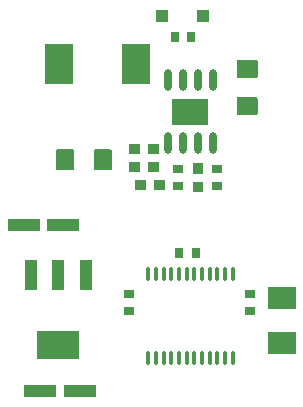
<source format=gtp>
G04*
G04 #@! TF.GenerationSoftware,Altium Limited,Altium Designer,22.11.1 (43)*
G04*
G04 Layer_Color=8421504*
%FSLAX44Y44*%
%MOMM*%
G71*
G04*
G04 #@! TF.SameCoordinates,30CB15ED-5B5F-4030-944F-8374E8F7CEFA*
G04*
G04*
G04 #@! TF.FilePolarity,Positive*
G04*
G01*
G75*
%ADD14O,0.3080X1.3240*%
%ADD15R,0.8640X0.8065*%
%ADD16R,0.9000X0.8000*%
%ADD17R,2.3760X1.9000*%
%ADD18R,2.8000X1.1000*%
%ADD19R,1.1000X2.5000*%
%ADD20R,3.6000X2.3400*%
%ADD21R,2.4240X3.4200*%
%ADD22R,0.8065X0.8640*%
%ADD23R,1.4850X1.7280*%
%ADD24R,0.8000X0.9000*%
%ADD25R,3.1000X2.2000*%
%ADD26O,0.6300X1.8650*%
%ADD27R,1.1000X1.0000*%
%ADD28R,1.7280X1.4850*%
G36*
X-651760Y159980D02*
Y147130D01*
X-652760Y146130D01*
X-656462D01*
X-657462Y147130D01*
Y150179D01*
X-658463Y151179D01*
X-662337D01*
X-663337Y150179D01*
Y147130D01*
X-664337Y146130D01*
X-668040D01*
X-669040Y147130D01*
Y159980D01*
X-668040Y160980D01*
X-652760D01*
X-651760Y159980D01*
D02*
G37*
G36*
Y128130D02*
Y115280D01*
X-652760Y114280D01*
X-668040D01*
X-669040Y115280D01*
Y128130D01*
X-668040Y129130D01*
X-664337D01*
X-663337Y128130D01*
Y125081D01*
X-662337Y124081D01*
X-658463D01*
X-657462Y125081D01*
Y128130D01*
X-656462Y129130D01*
X-652760D01*
X-651760Y128130D01*
D02*
G37*
G36*
X-735580Y89560D02*
Y81560D01*
X-736080Y81060D01*
X-744080D01*
X-744580Y81560D01*
Y83980D01*
X-740880D01*
Y87280D01*
X-744580D01*
Y89560D01*
X-744080Y90060D01*
X-736080D01*
X-735580Y89560D01*
D02*
G37*
G36*
X-751580D02*
Y87280D01*
X-755380D01*
Y83980D01*
X-751580D01*
Y81560D01*
X-752080Y81060D01*
X-759980D01*
X-760480Y81560D01*
Y89560D01*
X-759980Y90060D01*
X-752080D01*
X-751580Y89560D01*
D02*
G37*
G36*
X-775480Y84310D02*
Y69030D01*
X-776480Y68030D01*
X-789330D01*
X-790330Y69030D01*
Y72733D01*
X-789330Y73733D01*
X-786281D01*
X-785281Y74732D01*
Y78608D01*
X-786281Y79608D01*
X-789330D01*
X-790330Y80608D01*
Y84310D01*
X-789330Y85310D01*
X-776480D01*
X-775480Y84310D01*
D02*
G37*
G36*
X-807330D02*
Y80608D01*
X-808330Y79608D01*
X-811379D01*
X-812379Y78608D01*
Y74732D01*
X-811379Y73733D01*
X-808330D01*
X-807330Y72733D01*
Y69030D01*
X-808330Y68030D01*
X-821180D01*
X-822180Y69030D01*
Y84310D01*
X-821180Y85310D01*
X-808330D01*
X-807330Y84310D01*
D02*
G37*
G36*
X-735580Y74320D02*
Y66320D01*
X-736080Y65820D01*
X-744080D01*
X-744580Y66320D01*
Y68740D01*
X-740880D01*
Y72040D01*
X-744580D01*
Y74320D01*
X-744080Y74820D01*
X-736080D01*
X-735580Y74320D01*
D02*
G37*
G36*
X-751580D02*
Y72040D01*
X-755380D01*
Y68740D01*
X-751580D01*
Y66320D01*
X-752080Y65820D01*
X-759980D01*
X-760480Y66320D01*
Y74320D01*
X-759980Y74820D01*
X-752080D01*
X-751580Y74320D01*
D02*
G37*
G36*
X-697810Y73380D02*
Y65380D01*
X-698310Y64880D01*
X-700730D01*
Y68580D01*
X-704030D01*
Y64880D01*
X-706310D01*
X-706810Y65380D01*
Y73380D01*
X-706310Y73880D01*
X-698310D01*
X-697810Y73380D01*
D02*
G37*
G36*
Y57380D02*
Y49480D01*
X-698310Y48980D01*
X-706310D01*
X-706810Y49480D01*
Y57380D01*
X-706310Y57880D01*
X-704030D01*
Y54080D01*
X-700730D01*
Y57880D01*
X-698310D01*
X-697810Y57380D01*
D02*
G37*
G36*
X-730500Y59080D02*
Y51080D01*
X-731000Y50580D01*
X-739000D01*
X-739500Y51080D01*
Y53500D01*
X-735800D01*
Y56800D01*
X-739500D01*
Y59080D01*
X-739000Y59580D01*
X-731000D01*
X-730500Y59080D01*
D02*
G37*
G36*
X-746500D02*
Y56800D01*
X-750300D01*
Y53500D01*
X-746500D01*
Y51080D01*
X-747000Y50580D01*
X-754900D01*
X-755400Y51080D01*
Y59080D01*
X-754900Y59580D01*
X-747000D01*
X-746500Y59080D01*
D02*
G37*
D14*
X-744410Y-91031D02*
D03*
X-737911D02*
D03*
X-731411D02*
D03*
X-724911D02*
D03*
X-718411D02*
D03*
X-711909D02*
D03*
X-705409D02*
D03*
X-698909D02*
D03*
X-692409D02*
D03*
X-685909D02*
D03*
X-679409D02*
D03*
X-672909D02*
D03*
X-744410Y-19789D02*
D03*
X-737911D02*
D03*
X-731411D02*
D03*
X-724911D02*
D03*
X-718411D02*
D03*
X-711909D02*
D03*
X-705409D02*
D03*
X-698909D02*
D03*
X-692409D02*
D03*
X-685909D02*
D03*
X-679409D02*
D03*
X-672909D02*
D03*
D15*
X-702310Y53896D02*
D03*
Y68964D02*
D03*
D16*
X-657860Y-51450D02*
D03*
Y-37450D02*
D03*
X-760730D02*
D03*
Y-51450D02*
D03*
X-718820Y54430D02*
D03*
Y68430D02*
D03*
X-685800Y54430D02*
D03*
Y68430D02*
D03*
D17*
X-631190Y-78677D02*
D03*
Y-40704D02*
D03*
D18*
X-802383Y-119070D02*
D03*
X-835596D02*
D03*
X-849726Y21590D02*
D03*
X-816514D02*
D03*
D19*
X-797420Y-21100D02*
D03*
X-820420D02*
D03*
X-843420D02*
D03*
D20*
X-820420Y-80500D02*
D03*
D21*
X-820181Y157950D02*
D03*
X-754619D02*
D03*
D22*
X-740496Y70320D02*
D03*
X-755564D02*
D03*
X-735416Y55080D02*
D03*
X-750484D02*
D03*
X-740496Y85560D02*
D03*
X-755564D02*
D03*
D23*
X-782904Y76670D02*
D03*
X-814756D02*
D03*
D24*
X-704200Y-2540D02*
D03*
X-718200D02*
D03*
X-722010Y180810D02*
D03*
X-708010D02*
D03*
D25*
X-708660Y117310D02*
D03*
D26*
X-689610Y144135D02*
D03*
X-702310D02*
D03*
X-715010D02*
D03*
X-727710D02*
D03*
X-689610Y90485D02*
D03*
X-702310D02*
D03*
X-715010D02*
D03*
X-727710D02*
D03*
D27*
X-732359Y198590D02*
D03*
X-697661D02*
D03*
D28*
X-660400Y121704D02*
D03*
Y153556D02*
D03*
M02*

</source>
